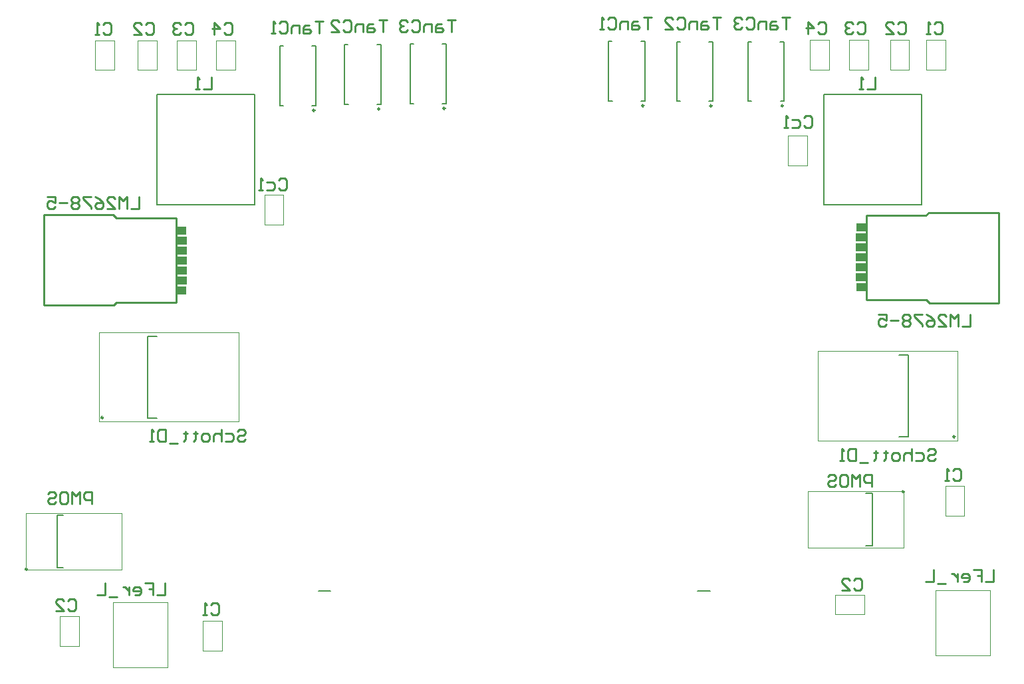
<source format=gbo>
%FSAX44Y44*%
%MOMM*%
G71*
G01*
G75*
G04 Layer_Color=32896*
%ADD10O,1.9500X0.6000*%
%ADD11R,1.5000X1.0000*%
%ADD12R,1.0000X1.5000*%
%ADD13R,0.8000X1.2000*%
%ADD14R,1.2000X0.6000*%
%ADD15R,2.2000X1.2000*%
%ADD16R,3.0500X1.1000*%
%ADD17R,6.5000X5.5500*%
%ADD18R,1.1000X3.0500*%
%ADD19R,5.5500X6.5000*%
%ADD20R,1.1000X1.3500*%
%ADD21R,1.3500X1.1000*%
%ADD22R,1.2500X1.4500*%
%ADD23R,1.4500X1.2500*%
%ADD24R,1.5000X1.2000*%
%ADD25R,1.5000X1.0000*%
%ADD26C,1.0000*%
%ADD27C,0.6000*%
%ADD28C,1.5000*%
%ADD29C,0.8000*%
%ADD30C,0.4000*%
%ADD31C,0.3000*%
%ADD32C,0.2000*%
%ADD33R,1.5000X1.5000*%
%ADD34C,1.5000*%
%ADD35R,1.5000X1.5000*%
%ADD36R,1.5240X1.5240*%
%ADD37C,1.5240*%
%ADD38C,4.7600*%
%ADD39R,1.6900X1.6900*%
%ADD40C,1.6900*%
%ADD41O,2.5000X1.5000*%
%ADD42C,0.7000*%
%ADD43C,1.2700*%
%ADD44R,5.3000X2.8000*%
%ADD45R,6.0000X2.1000*%
%ADD46R,3.9500X2.0500*%
%ADD47R,9.4000X6.8000*%
%ADD48R,2.4500X2.5500*%
%ADD49R,8.0000X10.0000*%
%ADD50C,0.5000*%
%ADD51C,0.2500*%
%ADD52C,0.2540*%
%ADD53C,0.0254*%
%ADD54C,0.1000*%
%ADD55C,0.1540*%
%ADD56C,0.1500*%
%ADD57O,2.1500X0.8000*%
%ADD58R,1.7000X1.2000*%
%ADD59R,1.2000X1.7000*%
%ADD60R,1.0000X1.4000*%
%ADD61R,1.4000X0.8000*%
%ADD62R,2.4000X1.4000*%
%ADD63R,3.2500X1.3000*%
%ADD64R,6.7000X5.7500*%
%ADD65R,1.3000X3.2500*%
%ADD66R,5.7500X6.7000*%
%ADD67R,1.3000X1.5500*%
%ADD68R,1.5500X1.3000*%
%ADD69R,1.4500X1.6500*%
%ADD70R,1.6500X1.4500*%
%ADD71R,1.7000X1.4000*%
%ADD72R,1.7000X1.2000*%
%ADD73R,1.7000X1.7000*%
%ADD74C,1.7000*%
%ADD75R,1.7000X1.7000*%
%ADD76R,1.6256X1.6256*%
%ADD77C,1.6256*%
%ADD78C,4.9600*%
%ADD79R,1.8900X1.8900*%
%ADD80C,1.8900*%
%ADD81O,2.7000X1.7000*%
%ADD82C,0.9000*%
%ADD83C,1.4700*%
%ADD84R,5.5000X3.0000*%
%ADD85R,6.2000X2.3000*%
%ADD86R,4.1500X2.2500*%
%ADD87R,9.6000X7.0000*%
%ADD88R,2.6500X2.7500*%
%ADD89R,8.2000X10.2000*%
%ADD90R,1.3080X1.0160*%
%ADD91R,1.3330X1.0160*%
D32*
X00410756Y00276125D02*
X00426472D01*
X00893582Y00276152D02*
X00909298D01*
X00205500Y00768250D02*
X00255500D01*
X00205500D02*
Y00908250D01*
X00329500D01*
Y00768250D02*
Y00908250D01*
X00255500Y00768250D02*
X00329500D01*
X01104750Y00768250D02*
X01178750D01*
Y00908250D01*
X01054750D02*
X01178750D01*
X01054750Y00768250D02*
Y00908250D01*
Y00768250D02*
X01104750D01*
X00078250Y00305750D02*
X00086250D01*
X00078250D02*
Y00372750D01*
X00086250D01*
X01108000Y00333500D02*
X01116000D01*
Y00400500D01*
X01108000D02*
X01116000D01*
X00193750Y00496500D02*
X00205250D01*
X00193750D02*
Y00600500D01*
X00205250D01*
X01150500Y00576250D02*
X01162000D01*
Y00472250D02*
Y00576250D01*
X01150500Y00472250D02*
X01162000D01*
X00527500Y00972500D02*
X00531750D01*
X00527500Y00896500D02*
X00532000D01*
X00568500Y00972500D02*
X00573500D01*
X00568750Y00896500D02*
X00573500D01*
X00527500D02*
Y00972500D01*
X00573500Y00896500D02*
Y00972500D01*
X00444250Y00971750D02*
X00448500D01*
X00444250Y00895750D02*
X00448750D01*
X00485250Y00971750D02*
X00490250D01*
X00485500Y00895750D02*
X00490250D01*
X00444250D02*
Y00971750D01*
X00490250Y00895750D02*
Y00971750D01*
X00407500Y00894000D02*
Y00970000D01*
X00361500Y00894000D02*
Y00970000D01*
X00402750Y00894000D02*
X00407500D01*
X00402500Y00970000D02*
X00407500D01*
X00361500Y00894000D02*
X00366000D01*
X00361500Y00970000D02*
X00365750D01*
X01004000Y00899750D02*
Y00975750D01*
X00958000Y00899750D02*
Y00975750D01*
X00999250Y00899750D02*
X01004000D01*
X00999000Y00975750D02*
X01004000D01*
X00958000Y00899750D02*
X00962500D01*
X00958000Y00975750D02*
X00962250D01*
X00913000Y00899750D02*
Y00975750D01*
X00867000Y00899750D02*
Y00975750D01*
X00908250Y00899750D02*
X00913000D01*
X00908000Y00975750D02*
X00913000D01*
X00867000Y00899750D02*
X00871500D01*
X00867000Y00975750D02*
X00871250D01*
X00780500Y00976000D02*
X00784750D01*
X00780500Y00900000D02*
X00785000D01*
X00821500Y00976000D02*
X00826500D01*
X00821750Y00900000D02*
X00826500D01*
X00780500D02*
Y00976000D01*
X00826500Y00900000D02*
Y00976000D01*
D51*
X00040250Y00303750D02*
G03*
X00040250Y00303750I-00001250J00000000D01*
G01*
X01156500Y00402500D02*
G03*
X01156500Y00402500I-00001250J00000000D01*
G01*
X00136750Y00496750D02*
G03*
X00136750Y00496750I-00001250J00000000D01*
G01*
X01221500Y00472500D02*
G03*
X01221500Y00472500I-00001250J00000000D01*
G01*
X00572250Y00890750D02*
G03*
X00572250Y00890750I-00001250J00000000D01*
G01*
X00489000Y00890000D02*
G03*
X00489000Y00890000I-00001250J00000000D01*
G01*
X00406250Y00888250D02*
G03*
X00406250Y00888250I-00001250J00000000D01*
G01*
X01002750Y00894000D02*
G03*
X01002750Y00894000I-00001250J00000000D01*
G01*
X00911750D02*
G03*
X00911750Y00894000I-00001250J00000000D01*
G01*
X00825250Y00894250D02*
G03*
X00825250Y00894250I-00001250J00000000D01*
G01*
D52*
X00153212Y00751352D02*
X00228650D01*
X00117314Y00755500D02*
X00149250D01*
X00202551Y00751352D02*
X00229920D01*
X00061250Y00640000D02*
X00094438D01*
X00087850Y00755500D02*
X00098645D01*
X00117314D01*
X00061250D02*
X00087850D01*
X00094438Y00640000D02*
X00150250D01*
X00153398Y00751352D02*
X00202551D01*
X00061250Y00640000D02*
Y00755500D01*
X00153906Y00643656D02*
X00229920D01*
Y00751352D01*
X00149250Y00755500D02*
X00153398Y00751352D01*
X00150250Y00640000D02*
X00153906Y00643656D01*
X01184344Y00754344D02*
X01188000Y00758000D01*
X01184852Y00646648D02*
X01189000Y00642500D01*
X01108330Y00646648D02*
Y00754344D01*
X01184344D01*
X01277000Y00642500D02*
Y00758000D01*
X01135698Y00646648D02*
X01184852D01*
X01188000Y00758000D02*
X01243812D01*
X01250400Y00642500D02*
X01277000D01*
X01220936D02*
X01239605D01*
X01250400D01*
X01243812Y00758000D02*
X01277000D01*
X01108330Y00646648D02*
X01135698D01*
X01189000Y00642500D02*
X01220936D01*
X01109600Y00646648D02*
X01185038D01*
X01011250Y01006485D02*
X01001093D01*
X01006172D01*
Y00991250D01*
X00993476Y01001407D02*
X00988397D01*
X00985858Y00998867D01*
Y00991250D01*
X00993476D01*
X00996015Y00993789D01*
X00993476Y00996328D01*
X00985858D01*
X00980780Y00991250D02*
Y01001407D01*
X00973162D01*
X00970623Y00998867D01*
Y00991250D01*
X00955388Y01003946D02*
X00957927Y01006485D01*
X00963006D01*
X00965545Y01003946D01*
Y00993789D01*
X00963006Y00991250D01*
X00957927D01*
X00955388Y00993789D01*
X00950310Y01003946D02*
X00947770Y01006485D01*
X00942692D01*
X00940153Y01003946D01*
Y01001407D01*
X00942692Y00998867D01*
X00945231D01*
X00942692D01*
X00940153Y00996328D01*
Y00993789D01*
X00942692Y00991250D01*
X00947770D01*
X00950310Y00993789D01*
X00585750Y01002985D02*
X00575593D01*
X00580672D01*
Y00987750D01*
X00567976Y00997907D02*
X00562897D01*
X00560358Y00995368D01*
Y00987750D01*
X00567976D01*
X00570515Y00990289D01*
X00567976Y00992828D01*
X00560358D01*
X00555280Y00987750D02*
Y00997907D01*
X00547662D01*
X00545123Y00995368D01*
Y00987750D01*
X00529888Y01000446D02*
X00532427Y01002985D01*
X00537506D01*
X00540045Y01000446D01*
Y00990289D01*
X00537506Y00987750D01*
X00532427D01*
X00529888Y00990289D01*
X00524810Y01000446D02*
X00522271Y01002985D01*
X00517192D01*
X00514653Y01000446D01*
Y00997907D01*
X00517192Y00995368D01*
X00519731D01*
X00517192D01*
X00514653Y00992828D01*
Y00990289D01*
X00517192Y00987750D01*
X00522271D01*
X00524810Y00990289D01*
X00923250Y01006485D02*
X00913093D01*
X00918172D01*
Y00991250D01*
X00905476Y01001407D02*
X00900397D01*
X00897858Y00998867D01*
Y00991250D01*
X00905476D01*
X00908015Y00993789D01*
X00905476Y00996328D01*
X00897858D01*
X00892780Y00991250D02*
Y01001407D01*
X00885162D01*
X00882623Y00998867D01*
Y00991250D01*
X00867388Y01003946D02*
X00869927Y01006485D01*
X00875006D01*
X00877545Y01003946D01*
Y00993789D01*
X00875006Y00991250D01*
X00869927D01*
X00867388Y00993789D01*
X00852153Y00991250D02*
X00862310D01*
X00852153Y01001407D01*
Y01003946D01*
X00854692Y01006485D01*
X00859771D01*
X00862310Y01003946D01*
X00835500Y01006485D02*
X00825343D01*
X00830422D01*
Y00991250D01*
X00817726Y01001407D02*
X00812647D01*
X00810108Y00998867D01*
Y00991250D01*
X00817726D01*
X00820265Y00993789D01*
X00817726Y00996328D01*
X00810108D01*
X00805030Y00991250D02*
Y01001407D01*
X00797412D01*
X00794873Y00998867D01*
Y00991250D01*
X00779638Y01003946D02*
X00782177Y01006485D01*
X00787256D01*
X00789795Y01003946D01*
Y00993789D01*
X00787256Y00991250D01*
X00782177D01*
X00779638Y00993789D01*
X00774560Y00991250D02*
X00769481D01*
X00772020D01*
Y01006485D01*
X00774560Y01003946D01*
X00416750Y01001985D02*
X00406593D01*
X00411672D01*
Y00986750D01*
X00398976Y00996907D02*
X00393897D01*
X00391358Y00994368D01*
Y00986750D01*
X00398976D01*
X00401515Y00989289D01*
X00398976Y00991828D01*
X00391358D01*
X00386280Y00986750D02*
Y00996907D01*
X00378662D01*
X00376123Y00994368D01*
Y00986750D01*
X00360888Y00999446D02*
X00363427Y01001985D01*
X00368506D01*
X00371045Y00999446D01*
Y00989289D01*
X00368506Y00986750D01*
X00363427D01*
X00360888Y00989289D01*
X00355810Y00986750D02*
X00350731D01*
X00353270D01*
Y01001985D01*
X00355810Y00999446D01*
X01186593Y00454946D02*
X01189133Y00457485D01*
X01194211D01*
X01196750Y00454946D01*
Y00452407D01*
X01194211Y00449868D01*
X01189133D01*
X01186593Y00447328D01*
Y00444789D01*
X01189133Y00442250D01*
X01194211D01*
X01196750Y00444789D01*
X01171358Y00452407D02*
X01178976D01*
X01181515Y00449868D01*
Y00444789D01*
X01178976Y00442250D01*
X01171358D01*
X01166280Y00457485D02*
Y00442250D01*
Y00449868D01*
X01163741Y00452407D01*
X01158662D01*
X01156123Y00449868D01*
Y00442250D01*
X01148506D02*
X01143427D01*
X01140888Y00444789D01*
Y00449868D01*
X01143427Y00452407D01*
X01148506D01*
X01151045Y00449868D01*
Y00444789D01*
X01148506Y00442250D01*
X01133270Y00454946D02*
Y00452407D01*
X01135810D01*
X01130731D01*
X01133270D01*
Y00444789D01*
X01130731Y00442250D01*
X01120575Y00454946D02*
Y00452407D01*
X01123114D01*
X01118036D01*
X01120575D01*
Y00444789D01*
X01118036Y00442250D01*
X01110418Y00439711D02*
X01100261D01*
X01095183Y00457485D02*
Y00442250D01*
X01087565D01*
X01085026Y00444789D01*
Y00454946D01*
X01087565Y00457485D01*
X01095183D01*
X01079948Y00442250D02*
X01074870D01*
X01077409D01*
Y00457485D01*
X01079948Y00454946D01*
X00307343Y00479196D02*
X00309883Y00481735D01*
X00314961D01*
X00317500Y00479196D01*
Y00476657D01*
X00314961Y00474118D01*
X00309883D01*
X00307343Y00471578D01*
Y00469039D01*
X00309883Y00466500D01*
X00314961D01*
X00317500Y00469039D01*
X00292108Y00476657D02*
X00299726D01*
X00302265Y00474118D01*
Y00469039D01*
X00299726Y00466500D01*
X00292108D01*
X00287030Y00481735D02*
Y00466500D01*
Y00474118D01*
X00284491Y00476657D01*
X00279412D01*
X00276873Y00474118D01*
Y00466500D01*
X00269256D02*
X00264177D01*
X00261638Y00469039D01*
Y00474118D01*
X00264177Y00476657D01*
X00269256D01*
X00271795Y00474118D01*
Y00469039D01*
X00269256Y00466500D01*
X00254021Y00479196D02*
Y00476657D01*
X00256560D01*
X00251481D01*
X00254021D01*
Y00469039D01*
X00251481Y00466500D01*
X00241325Y00479196D02*
Y00476657D01*
X00243864D01*
X00238785D01*
X00241325D01*
Y00469039D01*
X00238785Y00466500D01*
X00231168Y00463961D02*
X00221011D01*
X00215933Y00481735D02*
Y00466500D01*
X00208315D01*
X00205776Y00469039D01*
Y00479196D01*
X00208315Y00481735D01*
X00215933D01*
X00200698Y00466500D02*
X00195619D01*
X00198159D01*
Y00481735D01*
X00200698Y00479196D01*
X01115500Y00409000D02*
Y00424235D01*
X01107883D01*
X01105343Y00421696D01*
Y00416618D01*
X01107883Y00414078D01*
X01115500D01*
X01100265Y00409000D02*
Y00424235D01*
X01095187Y00419157D01*
X01090108Y00424235D01*
Y00409000D01*
X01077412Y00424235D02*
X01082491D01*
X01085030Y00421696D01*
Y00411539D01*
X01082491Y00409000D01*
X01077412D01*
X01074873Y00411539D01*
Y00421696D01*
X01077412Y00424235D01*
X01059638Y00421696D02*
X01062177Y00424235D01*
X01067256D01*
X01069795Y00421696D01*
Y00419157D01*
X01067256Y00416618D01*
X01062177D01*
X01059638Y00414078D01*
Y00411539D01*
X01062177Y00409000D01*
X01067256D01*
X01069795Y00411539D01*
X00122250Y00387000D02*
Y00402235D01*
X00114633D01*
X00112093Y00399696D01*
Y00394618D01*
X00114633Y00392078D01*
X00122250D01*
X00107015Y00387000D02*
Y00402235D01*
X00101937Y00397157D01*
X00096858Y00402235D01*
Y00387000D01*
X00084162Y00402235D02*
X00089241D01*
X00091780Y00399696D01*
Y00389539D01*
X00089241Y00387000D01*
X00084162D01*
X00081623Y00389539D01*
Y00399696D01*
X00084162Y00402235D01*
X00066388Y00399696D02*
X00068927Y00402235D01*
X00074006D01*
X00076545Y00399696D01*
Y00397157D01*
X00074006Y00394618D01*
X00068927D01*
X00066388Y00392078D01*
Y00389539D01*
X00068927Y00387000D01*
X00074006D01*
X00076545Y00389539D01*
X01240750Y00627985D02*
Y00612750D01*
X01230593D01*
X01225515D02*
Y00627985D01*
X01220437Y00622907D01*
X01215358Y00627985D01*
Y00612750D01*
X01200123D02*
X01210280D01*
X01200123Y00622907D01*
Y00625446D01*
X01202662Y00627985D01*
X01207741D01*
X01210280Y00625446D01*
X01184888Y00627985D02*
X01189967Y00625446D01*
X01195045Y00620368D01*
Y00615289D01*
X01192506Y00612750D01*
X01187427D01*
X01184888Y00615289D01*
Y00617828D01*
X01187427Y00620368D01*
X01195045D01*
X01179810Y00627985D02*
X01169653D01*
Y00625446D01*
X01179810Y00615289D01*
Y00612750D01*
X01164575Y00625446D02*
X01162036Y00627985D01*
X01156957D01*
X01154418Y00625446D01*
Y00622907D01*
X01156957Y00620368D01*
X01154418Y00617828D01*
Y00615289D01*
X01156957Y00612750D01*
X01162036D01*
X01164575Y00615289D01*
Y00617828D01*
X01162036Y00620368D01*
X01164575Y00622907D01*
Y00625446D01*
X01162036Y00620368D02*
X01156957D01*
X01149340D02*
X01139183D01*
X01123948Y00627985D02*
X01134105D01*
Y00620368D01*
X01129026Y00622907D01*
X01126487D01*
X01123948Y00620368D01*
Y00615289D01*
X01126487Y00612750D01*
X01131565D01*
X01134105Y00615289D01*
X00182500Y00778485D02*
Y00763250D01*
X00172343D01*
X00167265D02*
Y00778485D01*
X00162187Y00773407D01*
X00157108Y00778485D01*
Y00763250D01*
X00141873D02*
X00152030D01*
X00141873Y00773407D01*
Y00775946D01*
X00144412Y00778485D01*
X00149491D01*
X00152030Y00775946D01*
X00126638Y00778485D02*
X00131716Y00775946D01*
X00136795Y00770867D01*
Y00765789D01*
X00134256Y00763250D01*
X00129177D01*
X00126638Y00765789D01*
Y00768328D01*
X00129177Y00770867D01*
X00136795D01*
X00121560Y00778485D02*
X00111403D01*
Y00775946D01*
X00121560Y00765789D01*
Y00763250D01*
X00106325Y00775946D02*
X00103785Y00778485D01*
X00098707D01*
X00096168Y00775946D01*
Y00773407D01*
X00098707Y00770867D01*
X00096168Y00768328D01*
Y00765789D01*
X00098707Y00763250D01*
X00103785D01*
X00106325Y00765789D01*
Y00768328D01*
X00103785Y00770867D01*
X00106325Y00773407D01*
Y00775946D01*
X00103785Y00770867D02*
X00098707D01*
X00091090D02*
X00080933D01*
X00065698Y00778485D02*
X00075855D01*
Y00770867D01*
X00070776Y00773407D01*
X00068237D01*
X00065698Y00770867D01*
Y00765789D01*
X00068237Y00763250D01*
X00073315D01*
X00075855Y00765789D01*
X01270500Y00302735D02*
Y00287500D01*
X01260343D01*
X01245108Y00302735D02*
X01255265D01*
Y00295117D01*
X01250187D01*
X01255265D01*
Y00287500D01*
X01232412D02*
X01237491D01*
X01240030Y00290039D01*
Y00295117D01*
X01237491Y00297657D01*
X01232412D01*
X01229873Y00295117D01*
Y00292578D01*
X01240030D01*
X01224795Y00297657D02*
Y00287500D01*
Y00292578D01*
X01222256Y00295117D01*
X01219716Y00297657D01*
X01217177D01*
X01209560Y00284961D02*
X01199403D01*
X01194325Y00302735D02*
Y00287500D01*
X01184168D01*
X00215394Y00285901D02*
Y00270666D01*
X00205237D01*
X00190002Y00285901D02*
X00200159D01*
Y00278284D01*
X00195081D01*
X00200159D01*
Y00270666D01*
X00177306D02*
X00182385D01*
X00184924Y00273205D01*
Y00278284D01*
X00182385Y00280823D01*
X00177306D01*
X00174767Y00278284D01*
Y00275744D01*
X00184924D01*
X00169689Y00280823D02*
Y00270666D01*
Y00275744D01*
X00167150Y00278284D01*
X00164610Y00280823D01*
X00162071D01*
X00154454Y00268127D02*
X00144297D01*
X00139219Y00285901D02*
Y00270666D01*
X00129062D01*
X01120000Y00930235D02*
Y00915000D01*
X01109843D01*
X01104765D02*
X01099687D01*
X01102226D01*
Y00930235D01*
X01104765Y00927696D01*
X00275000Y00930235D02*
Y00915000D01*
X00264843D01*
X00259765D02*
X00254687D01*
X00257226D01*
Y00930235D01*
X00259765Y00927696D01*
X01028843Y00878446D02*
X01031383Y00880985D01*
X01036461D01*
X01039000Y00878446D01*
Y00868289D01*
X01036461Y00865750D01*
X01031383D01*
X01028843Y00868289D01*
X01013608Y00875907D02*
X01021226D01*
X01023765Y00873367D01*
Y00868289D01*
X01021226Y00865750D01*
X01013608D01*
X01008530D02*
X01003452D01*
X01005991D01*
Y00880985D01*
X01008530Y00878446D01*
X00360593Y00799446D02*
X00363133Y00801985D01*
X00368211D01*
X00370750Y00799446D01*
Y00789289D01*
X00368211Y00786750D01*
X00363133D01*
X00360593Y00789289D01*
X00345358Y00796907D02*
X00352976D01*
X00355515Y00794368D01*
Y00789289D01*
X00352976Y00786750D01*
X00345358D01*
X00340280D02*
X00335201D01*
X00337741D01*
Y00801985D01*
X00340280Y00799446D01*
X01046835Y00998134D02*
X01049374Y01000673D01*
X01054453D01*
X01056992Y00998134D01*
Y00987977D01*
X01054453Y00985438D01*
X01049374D01*
X01046835Y00987977D01*
X01034139Y00985438D02*
Y01000673D01*
X01041757Y00993055D01*
X01031600D01*
X00291005Y00997594D02*
X00293545Y01000133D01*
X00298623D01*
X00301162Y00997594D01*
Y00987437D01*
X00298623Y00984898D01*
X00293545D01*
X00291005Y00987437D01*
X00278309Y00984898D02*
Y01000133D01*
X00285927Y00992515D01*
X00275770D01*
X01096873Y00998134D02*
X01099413Y01000673D01*
X01104491D01*
X01107030Y00998134D01*
Y00987977D01*
X01104491Y00985438D01*
X01099413D01*
X01096873Y00987977D01*
X01091795Y00998134D02*
X01089256Y01000673D01*
X01084177D01*
X01081638Y00998134D01*
Y00995595D01*
X01084177Y00993055D01*
X01086717D01*
X01084177D01*
X01081638Y00990516D01*
Y00987977D01*
X01084177Y00985438D01*
X01089256D01*
X01091795Y00987977D01*
X00240717Y00997610D02*
X00243256Y01000149D01*
X00248335D01*
X00250874Y00997610D01*
Y00987453D01*
X00248335Y00984914D01*
X00243256D01*
X00240717Y00987453D01*
X00235639Y00997610D02*
X00233100Y01000149D01*
X00228021D01*
X00225482Y00997610D01*
Y00995071D01*
X00228021Y00992532D01*
X00230561D01*
X00228021D01*
X00225482Y00989992D01*
Y00987453D01*
X00228021Y00984914D01*
X00233100D01*
X00235639Y00987453D01*
X01092587Y00289920D02*
X01095126Y00292459D01*
X01100205D01*
X01102744Y00289920D01*
Y00279763D01*
X01100205Y00277224D01*
X01095126D01*
X01092587Y00279763D01*
X01077352Y00277224D02*
X01087509D01*
X01077352Y00287381D01*
Y00289920D01*
X01079892Y00292459D01*
X01084970D01*
X01087509Y00289920D01*
X00091887Y00263138D02*
X00094426Y00265677D01*
X00099505D01*
X00102044Y00263138D01*
Y00252981D01*
X00099505Y00250442D01*
X00094426D01*
X00091887Y00252981D01*
X00076652Y00250442D02*
X00086809D01*
X00076652Y00260599D01*
Y00263138D01*
X00079191Y00265677D01*
X00084270D01*
X00086809Y00263138D01*
X01148689Y00998134D02*
X01151228Y01000673D01*
X01156307D01*
X01158846Y00998134D01*
Y00987977D01*
X01156307Y00985438D01*
X01151228D01*
X01148689Y00987977D01*
X01133454Y00985438D02*
X01143611D01*
X01133454Y00995595D01*
Y00998134D01*
X01135993Y01000673D01*
X01141072D01*
X01143611Y00998134D01*
X00190679Y00997610D02*
X00193218Y01000149D01*
X00198297D01*
X00200836Y00997610D01*
Y00987453D01*
X00198297Y00984914D01*
X00193218D01*
X00190679Y00987453D01*
X00175444Y00984914D02*
X00185601D01*
X00175444Y00995071D01*
Y00997610D01*
X00177983Y01000149D01*
X00183062D01*
X00185601Y00997610D01*
X01219085Y00429492D02*
X01221625Y00432031D01*
X01226703D01*
X01229242Y00429492D01*
Y00419335D01*
X01226703Y00416796D01*
X01221625D01*
X01219085Y00419335D01*
X01214007Y00416796D02*
X01208929D01*
X01211468D01*
Y00432031D01*
X01214007Y00429492D01*
X00274123Y00258334D02*
X00276663Y00260873D01*
X00281741D01*
X00284280Y00258334D01*
Y00248177D01*
X00281741Y00245638D01*
X00276663D01*
X00274123Y00248177D01*
X00269045Y00245638D02*
X00263967D01*
X00266506D01*
Y00260873D01*
X00269045Y00258334D01*
X01194917Y00998134D02*
X01197457Y01000673D01*
X01202535D01*
X01205074Y00998134D01*
Y00987977D01*
X01202535Y00985438D01*
X01197457D01*
X01194917Y00987977D01*
X01189839Y00985438D02*
X01184761D01*
X01187300D01*
Y01000673D01*
X01189839Y00998134D01*
X00136847Y00997578D02*
X00139387Y01000117D01*
X00144465D01*
X00147004Y00997578D01*
Y00987421D01*
X00144465Y00984882D01*
X00139387D01*
X00136847Y00987421D01*
X00131769Y00984882D02*
X00126691D01*
X00129230D01*
Y01000117D01*
X00131769Y00997578D01*
X00498500Y01002985D02*
X00488343D01*
X00493422D01*
Y00987750D01*
X00480726Y00997907D02*
X00475647D01*
X00473108Y00995368D01*
Y00987750D01*
X00480726D01*
X00483265Y00990289D01*
X00480726Y00992828D01*
X00473108D01*
X00468030Y00987750D02*
Y00997907D01*
X00460412D01*
X00457873Y00995368D01*
Y00987750D01*
X00442638Y01000446D02*
X00445177Y01002985D01*
X00450256D01*
X00452795Y01000446D01*
Y00990289D01*
X00450256Y00987750D01*
X00445177D01*
X00442638Y00990289D01*
X00427403Y00987750D02*
X00437560D01*
X00427403Y00997907D01*
Y01000446D01*
X00429942Y01002985D01*
X00435020D01*
X00437560Y01000446D01*
D54*
X00151000Y00939500D02*
Y00977500D01*
X00126750D02*
X00151000D01*
X00126750Y00939500D02*
Y00977500D01*
Y00939500D02*
X00151000D01*
X01184750Y00940000D02*
X01209000D01*
X01184750D02*
Y00978000D01*
X01209000D01*
Y00940000D02*
Y00978000D01*
X00288250Y00200250D02*
Y00238250D01*
X00264000D02*
X00288250D01*
X00264000Y00200250D02*
Y00238250D01*
Y00200250D02*
X00288250D01*
X01209000Y00371500D02*
X01233250D01*
X01209000D02*
Y00409500D01*
X01233250D01*
Y00371500D02*
Y00409500D01*
X00205000Y00939500D02*
Y00977500D01*
X00180750D02*
X00205000D01*
X00180750Y00939500D02*
Y00977500D01*
Y00939500D02*
X00205000D01*
X01138750Y00940000D02*
X01163000D01*
X01138750D02*
Y00978000D01*
X01163000D01*
Y00940000D02*
Y00978000D01*
X00082000Y00206000D02*
Y00244000D01*
Y00206000D02*
X00106250D01*
Y00244000D01*
X00082000D02*
X00106250D01*
X01106500Y00246750D02*
Y00271000D01*
X01068500Y00246750D02*
X01106500D01*
X01068500D02*
Y00271000D01*
X01106500D01*
X00230750Y00939500D02*
X00255000D01*
X00230750D02*
Y00977500D01*
X00255000D01*
Y00939500D02*
Y00977500D01*
X01111000Y00940000D02*
Y00978000D01*
X01086750D02*
X01111000D01*
X01086750Y00940000D02*
Y00978000D01*
Y00940000D02*
X01111000D01*
X00305250Y00939500D02*
Y00977500D01*
X00281000D02*
X00305250D01*
X00281000Y00939500D02*
Y00977500D01*
Y00939500D02*
X00305250D01*
X01036750Y00940000D02*
X01061000D01*
X01036750D02*
Y00978000D01*
X01061000D01*
Y00940000D02*
Y00978000D01*
X00149750Y00178750D02*
X00219000D01*
Y00261750D01*
X00149750D02*
X00219000D01*
X00149750Y00178750D02*
Y00261750D01*
X01196500Y00193750D02*
Y00276750D01*
X01265750D01*
Y00193750D02*
Y00276750D01*
X01196500Y00193750D02*
X01265750D01*
X01009000Y00817750D02*
Y00855750D01*
Y00817750D02*
X01033250D01*
Y00855750D01*
X01009000D02*
X01033250D01*
X00160000Y00303250D02*
Y00375250D01*
X00038250Y00303250D02*
Y00375250D01*
X00160000D01*
X00038250Y00303250D02*
X00160000D01*
X01034250Y00403000D02*
X01156000D01*
X01034250Y00331000D02*
X01156000D01*
Y00403000D01*
X01034250Y00331000D02*
Y00403000D01*
X00309000Y00492000D02*
Y00605750D01*
X00131500Y00492000D02*
Y00605750D01*
X00309000D01*
X00131500Y00492000D02*
X00309000D01*
X01046750Y00467750D02*
X01224250D01*
X01046750Y00581500D02*
X01224250D01*
Y00467750D02*
Y00581500D01*
X01046750Y00467750D02*
Y00581500D01*
X00342250Y00780250D02*
X00366500D01*
Y00742250D02*
Y00780250D01*
X00342250Y00742250D02*
X00366500D01*
X00342250D02*
Y00780250D01*
D90*
X00236459Y00659150D02*
D03*
Y00735350D02*
D03*
X01101791Y00662650D02*
D03*
Y00738850D02*
D03*
D91*
X00236584Y00684550D02*
D03*
Y00709950D02*
D03*
Y00722650D02*
D03*
X00236584Y00697250D02*
D03*
X00236584Y00671850D02*
D03*
X01101665Y00726150D02*
D03*
X01101665Y00700750D02*
D03*
X01101665Y00675350D02*
D03*
Y00688050D02*
D03*
Y00713450D02*
D03*
M02*

</source>
